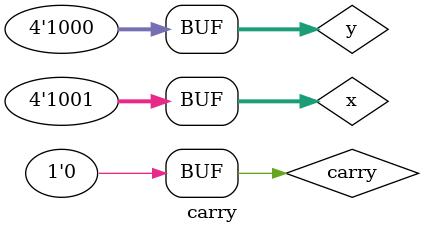
<source format=v>
`timescale 1ns / 1ps


module carry;

	// Inputs
	reg carry;
	reg [3:0] x;
	reg [3:0] y;

	// Outputs
	wire [7:0] out;

	// Instantiate the Unit Under Test (UUT)
	sum uut (
		.carry(carry), 
		.x(x), 
		.y(y), 
		.out(out)
	);

	initial begin
		// Initialize Inputs
		carry = 0;
		x = 0;
		y = 0;

		// Wait 100 ns for global reset to finish
		#100;
        
		// Add stimulus here
			x = 4'b1001;
			y = 4'b1000;
	end
      
endmodule


</source>
